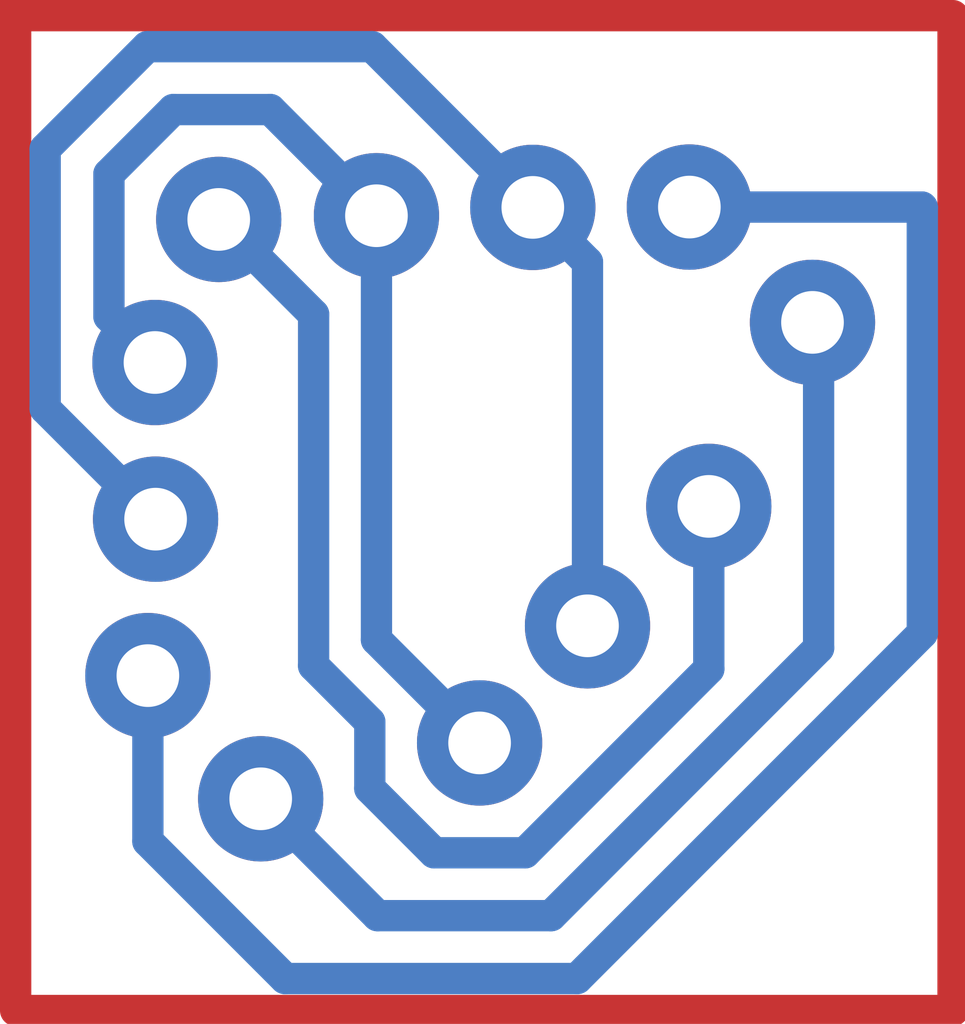
<source format=kicad_pcb>
(kicad_pcb
	(version 20241229)
	(generator "pcbnew")
	(generator_version "9.0")
	(general
		(thickness 1.6)
		(legacy_teardrops no)
	)
	(paper "A4")
	(layers
		(0 "F.Cu" signal)
		(2 "B.Cu" signal)
		(9 "F.Adhes" user "F.Adhesive")
		(11 "B.Adhes" user "B.Adhesive")
		(13 "F.Paste" user)
		(15 "B.Paste" user)
		(5 "F.SilkS" user "F.Silkscreen")
		(7 "B.SilkS" user "B.Silkscreen")
		(1 "F.Mask" user)
		(3 "B.Mask" user)
		(17 "Dwgs.User" user "User.Drawings")
		(19 "Cmts.User" user "User.Comments")
		(21 "Eco1.User" user "User.Eco1")
		(23 "Eco2.User" user "User.Eco2")
		(25 "Edge.Cuts" user)
		(27 "Margin" user)
		(31 "F.CrtYd" user "F.Courtyard")
		(29 "B.CrtYd" user "B.Courtyard")
		(35 "F.Fab" user)
		(33 "B.Fab" user)
		(39 "User.1" user)
		(41 "User.2" user)
		(43 "User.3" user)
		(45 "User.4" user)
	)
	(setup
		(pad_to_mask_clearance 0)
		(allow_soldermask_bridges_in_footprints no)
		(tenting front back)
		(pcbplotparams
			(layerselection 0x00000000_00000000_55555555_5755f5ff)
			(plot_on_all_layers_selection 0x00000000_00000000_00000000_00000000)
			(disableapertmacros no)
			(usegerberextensions no)
			(usegerberattributes yes)
			(usegerberadvancedattributes yes)
			(creategerberjobfile yes)
			(dashed_line_dash_ratio 12.000000)
			(dashed_line_gap_ratio 3.000000)
			(svgprecision 4)
			(plotframeref no)
			(mode 1)
			(useauxorigin no)
			(hpglpennumber 1)
			(hpglpenspeed 20)
			(hpglpendiameter 15.000000)
			(pdf_front_fp_property_popups yes)
			(pdf_back_fp_property_popups yes)
			(pdf_metadata yes)
			(pdf_single_document no)
			(dxfpolygonmode yes)
			(dxfimperialunits yes)
			(dxfusepcbnewfont yes)
			(psnegative no)
			(psa4output no)
			(plot_black_and_white yes)
			(sketchpadsonfab no)
			(plotpadnumbers no)
			(hidednponfab no)
			(sketchdnponfab yes)
			(crossoutdnponfab yes)
			(subtractmaskfromsilk no)
			(outputformat 1)
			(mirror no)
			(drillshape 1)
			(scaleselection 1)
			(outputdirectory "")
		)
	)
	(net 0 "")
	(net 1 "net1")
	(net 2 "net2")
	(net 3 "net3")
	(net 4 "net4")
	(net 5 "net5")
	(gr_rect
		(start -2.267448 -2.330133)
		(end 2.223004 2.433098)
		(stroke
			(width 0.15)
			(type solid)
		)
		(fill no)
		(layer "F.Cu")
		(net 3)
		(uuid "565e5d12-cb0e-4f30-b1bd-2fea9e21a89c")
	)
	(via
		(at 1.053095 0.0194)
		(size 0.6)
		(drill 0.3)
		(layers "F.Cu" "B.Cu")
		(free yes)
		(net 1)
		(uuid "14ee4bf1-e7e7-4351-ad16-ba1a8aac0af3")
	)
	(via
		(at -1.294573 -1.354504)
		(size 0.6)
		(drill 0.3)
		(layers "F.Cu" "B.Cu")
		(free yes)
		(net 1)
		(uuid "8a898812-db2b-4b81-899d-f953b3222f9a")
	)
	(segment
		(start -0.840005 0.782486)
		(end -0.570914 1.051577)
		(width 0.15)
		(layer "B.Cu")
		(net 1)
		(uuid "271bbb12-4eb3-4743-a307-f3d15e9fc76e")
	)
	(segment
		(start -1.294573 -1.354504)
		(end -0.840005 -0.899936)
		(width 0.15)
		(layer "B.Cu")
		(net 1)
		(uuid "64178c21-2d5f-4018-a488-8c17e01cd307")
	)
	(segment
		(start -0.840005 -0.899936)
		(end -0.840005 0.782486)
		(width 0.15)
		(layer "B.Cu")
		(net 1)
		(uuid "6d4b869c-62c4-478e-bd71-0ce9c081158b")
	)
	(segment
		(start -0.570914 1.051577)
		(end -0.570914 1.369776)
		(width 0.15)
		(layer "B.Cu")
		(net 1)
		(uuid "9bfc8abe-2c3b-4958-89ec-47fdc9f4cc5c")
	)
	(segment
		(start -0.570914 1.369776)
		(end -0.262791 1.677899)
		(width 0.15)
		(layer "B.Cu")
		(net 1)
		(uuid "c34838e2-a141-42e1-89df-c51ea6dce303")
	)
	(segment
		(start 1.053095 0.797767)
		(end 1.053095 0.0194)
		(width 0.15)
		(layer "B.Cu")
		(net 1)
		(uuid "e0706529-4f66-4b36-a348-1da4fa9cece6")
	)
	(segment
		(start -0.262791 1.677899)
		(end 0.172963 1.677899)
		(width 0.15)
		(layer "B.Cu")
		(net 1)
		(uuid "e934861a-1ce5-4b5c-8ce5-b58e504cffb8")
	)
	(segment
		(start 0.172963 1.677899)
		(end 1.053095 0.797767)
		(width 0.15)
		(layer "B.Cu")
		(net 1)
		(uuid "ec8230ed-a41e-4674-8b64-d730615f1331")
	)
	(via
		(at 1.549839 -0.861617)
		(size 0.6)
		(drill 0.3)
		(layers "F.Cu" "B.Cu")
		(free yes)
		(net 2)
		(uuid "1f552ada-e01a-4230-b5f5-0006595b14d5")
	)
	(via
		(at -1.093566 1.419375)
		(size 0.6)
		(drill 0.3)
		(layers "F.Cu" "B.Cu")
		(free yes)
		(net 2)
		(uuid "6987544a-501f-4711-bdff-dc583936a21c")
	)
	(segment
		(start 1.549839 -0.861617)
		(end 1.579095 -0.832361)
		(width 0.15)
		(layer "B.Cu")
		(net 2)
		(uuid "87c847ca-ae34-42ff-bc0a-035b07038885")
	)
	(segment
		(start 0.297641 1.978899)
		(end -0.534042 1.978899)
		(width 0.15)
		(layer "B.Cu")
		(net 2)
		(uuid "8aabc00a-aa67-44ee-a11c-bfd748b4e79e")
	)
	(segment
		(start 1.579095 0.697445)
		(end 0.297641 1.978899)
		(width 0.15)
		(layer "B.Cu")
		(net 2)
		(uuid "a37f0d28-72fe-4ecb-8770-103bc8267692")
	)
	(segment
		(start -0.534042 1.978899)
		(end -1.093566 1.419375)
		(width 0.15)
		(layer "B.Cu")
		(net 2)
		(uuid "ac361a5b-6f0f-4a7b-8b84-e2753f72128f")
	)
	(segment
		(start 1.579095 -0.832361)
		(end 1.579095 0.697445)
		(width 0.15)
		(layer "B.Cu")
		(net 2)
		(uuid "b59895b1-f015-429a-87fd-da1aa82fcfe1")
	)
	(via
		(at -1.634039 0.82955)
		(size 0.6)
		(drill 0.3)
		(layers "F.Cu" "B.Cu")
		(free yes)
		(net 3)
		(uuid "13cd75da-d582-4eed-bc2c-fee6fa78bc6a")
	)
	(via
		(at 0.959942 -1.413708)
		(size 0.6)
		(drill 0.3)
		(layers "F.Cu" "B.Cu")
		(free yes)
		(net 3)
		(uuid "9f188f9d-bce8-46c7-b9e8-542b8599d48d")
	)
	(segment
		(start -0.976919 2.279899)
		(end -1.634039 1.622779)
		(width 0.15)
		(layer "B.Cu")
		(net 3)
		(uuid "168502dd-1f42-47f4-978e-81388bcee1c3")
	)
	(segment
		(start 0.959942 -1.413708)
		(end 2.073913 -1.413708)
		(width 0.15)
		(layer "B.Cu")
		(net 3)
		(uuid "4add3e4a-5b63-45cf-a84e-a1637c5c5c9c")
	)
	(segment
		(start -1.634039 1.622779)
		(end -1.634039 0.82955)
		(width 0.15)
		(layer "B.Cu")
		(net 3)
		(uuid "4f40e487-0d13-42f8-90f5-901989448230")
	)
	(segment
		(start 0.422319 2.279899)
		(end -0.976919 2.279899)
		(width 0.15)
		(layer "B.Cu")
		(net 3)
		(uuid "58155356-46b2-4c24-98e7-5f510495ea12")
	)
	(segment
		(start 2.073913 -1.413708)
		(end 2.075839 -1.411782)
		(width 0.15)
		(layer "B.Cu")
		(net 3)
		(uuid "7c060f0c-0eca-4d97-a349-71e88b229b73")
	)
	(segment
		(start 2.075839 -1.411782)
		(end 2.075839 0.626379)
		(width 0.15)
		(layer "B.Cu")
		(net 3)
		(uuid "a7005f15-8d0f-4b19-95ae-fc1197860710")
	)
	(segment
		(start 2.075839 0.626379)
		(end 0.422319 2.279899)
		(width 0.15)
		(layer "B.Cu")
		(net 3)
		(uuid "d01ccc1a-e66d-4a0f-ad36-3c25ddd342cb")
	)
	(via
		(at -0.539005 -1.372282)
		(size 0.6)
		(drill 0.3)
		(layers "F.Cu" "B.Cu")
		(free yes)
		(net 4)
		(uuid "2ef3b96b-58c4-4150-b5d1-e90f74b92b25")
	)
	(via
		(at -1.600058 -0.669536)
		(size 0.6)
		(drill 0.3)
		(layers "F.Cu" "B.Cu")
		(free yes)
		(net 4)
		(uuid "37a70467-7553-415f-8ad7-8b88a5e56ca8")
	)
	(via
		(at -0.044914 1.151899)
		(size 0.6)
		(drill 0.3)
		(layers "F.Cu" "B.Cu")
		(free yes)
		(net 4)
		(uuid "6d182b7d-a260-427b-8c43-a09409422252")
	)
	(segment
		(start -1.600058 -0.669536)
		(end -1.820573 -0.890051)
		(width 0.15)
		(layer "B.Cu")
		(net 4)
		(uuid "13e17d08-3e2c-4059-9fd2-43a98c24d8c5")
	)
	(segment
		(start -1.047227 -1.880504)
		(end -0.539005 -1.372282)
		(width 0.15)
		(layer "B.Cu")
		(net 4)
		(uuid "28eaf94f-9a47-43c0-ab8e-e6d2e3d85ef8")
	)
	(segment
		(start -0.044914 1.151899)
		(end -0.539005 0.657808)
		(width 0.15)
		(layer "B.Cu")
		(net 4)
		(uuid "68f93527-2a30-41b1-b384-e75fd6a26154")
	)
	(segment
		(start -1.820573 -0.890051)
		(end -1.820573 -1.572381)
		(width 0.15)
		(layer "B.Cu")
		(net 4)
		(uuid "99d513e4-9640-44ee-9321-5484a891896b")
	)
	(segment
		(start -1.820573 -1.572381)
		(end -1.51245 -1.880504)
		(width 0.15)
		(layer "B.Cu")
		(net 4)
		(uuid "a77627ec-61f2-46e9-a444-8941c006cc90")
	)
	(segment
		(start -1.51245 -1.880504)
		(end -1.047227 -1.880504)
		(width 0.15)
		(layer "B.Cu")
		(net 4)
		(uuid "c5f57b9e-4df1-4ae2-8e77-6aeaf8f5b13d")
	)
	(segment
		(start -0.539005 0.657808)
		(end -0.539005 -1.372282)
		(width 0.15)
		(layer "B.Cu")
		(net 4)
		(uuid "f30f2f8f-4d29-4268-88d0-a9b1f42188a1")
	)
	(via
		(at 0.471998 0.591124)
		(size 0.6)
		(drill 0.3)
		(layers "F.Cu" "B.Cu")
		(free yes)
		(net 5)
		(uuid "346c301a-f2b4-44d7-b975-5438ddaa0bde")
	)
	(via
		(at 0.209941 -1.412092)
		(size 0.6)
		(drill 0.3)
		(layers "F.Cu" "B.Cu")
		(free yes)
		(net 5)
		(uuid "c54b4b94-90e0-4240-97ef-883cf097d79d")
	)
	(via
		(at -1.59704 0.080461)
		(size 0.6)
		(drill 0.3)
		(layers "F.Cu" "B.Cu")
		(free yes)
		(net 5)
		(uuid "f3cb916e-b0fd-4c5e-b14b-3779f4f9bd01")
	)
	(segment
		(start -2.126058 -1.692574)
		(end -1.637128 -2.181504)
		(width 0.15)
		(layer "B.Cu")
		(net 5)
		(uuid "09640cf3-619a-4abc-93b9-b900277f9ede")
	)
	(segment
		(start -1.637128 -2.181504)
		(end -0.559471 -2.181504)
		(width 0.15)
		(layer "B.Cu")
		(net 5)
		(uuid "35436ccd-daa0-4ab2-bc19-e13e011218b4")
	)
	(segment
		(start -0.559471 -2.181504)
		(end 0.209941 -1.412092)
		(width 0.15)
		(layer "B.Cu")
		(net 5)
		(uuid "7103fde1-d619-4395-bf33-7368b0fbba32")
	)
	(segment
		(start -2.126058 -0.448557)
		(end -2.126058 -1.692574)
		(width 0.15)
		(layer "B.Cu")
		(net 5)
		(uuid "842c5053-60ef-408e-999d-f35053169e7f")
	)
	(segment
		(start 0.471998 0.591124)
		(end 0.471998 -1.150035)
		(width 0.15)
		(layer "B.Cu")
		(net 5)
		(uuid "8c1698e5-3564-4c97-90d3-45deeb057615")
	)
	(segment
		(start -1.59704 0.080461)
		(end -2.126058 -0.448557)
		(width 0.15)
		(layer "B.Cu")
		(net 5)
		(uuid "a6cd15c2-e260-4902-b85e-6c09ac8dda80")
	)
	(segment
		(start 0.471998 -1.150035)
		(end 0.209941 -1.412092)
		(width 0.15)
		(layer "B.Cu")
		(net 5)
		(uuid "f38ac7fd-6a16-4cf4-afbc-d74627cc45e1")
	)
	(embedded_fonts no)
)

</source>
